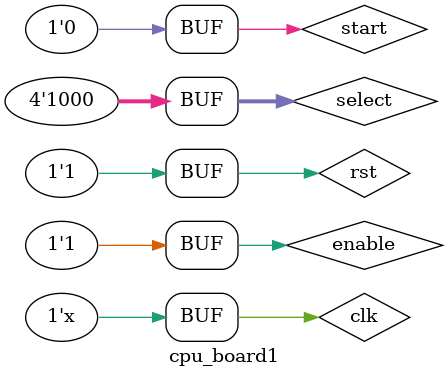
<source format=v>
`timescale 1ns / 1ps


module cpu_board1;

	// Inputs
	reg clk;
	reg rst;
	reg enable;
	reg start;
	reg [3:0]select;

	// Outputs
	wire d_we;
	wire [7:0] i_addr;
	wire [15:0] d_addr;
	wire [15:0] i_datain;
	wire [7:0] pc;
	wire [15:0] d_dataout;
	wire [6:0] seg;
	wire [3:0] en;

	// Instantiate the Unit Under Test (UUT)
	cpu_hazard uut (
		.clk(clk), 
		.rst(rst), 
		.enable(enable),
		.start(start), 
		.d_we(d_we), 
		.i_addr(i_addr), 
		.d_addr(d_addr), 
		.i_datain(i_datain), 
		.pc(pc), 
		.d_dataout(d_dataout), 
		.select(select), 
		.seg(seg), 
		.en(en)
	);

	initial begin
		// Initialize Inputs
		clk = 0;
		rst = 0;
		enable = 0;
		start = 0;
		select = 0;

		// Wait 100 ns for global reset to finish
		#100;
      $display("LOAD,ADD,HALT,SUB,STORE");   
        $display("pc: id_ir:reg_A:reg_B:ALUo: reg_C: da: dd : w:reC1:gr0 :gr1 :gr2 :gr3 :gr4 :gr5 :gr6 :gr7 :exir:smdr:zf:cf:nf");  
        $monitor("%h: %h: %h :%h :%h :%h :%h:%h:%b:%h:%h:%h:%h:%h:%h:%h:%h:%h:%h:%h: %b: %b: %b",   
            uut.pc, uut.id_ir, uut.reg_A, uut.reg_B, uut.ALUo,uut.reg_C,  
            uut.d_addr, uut.d_dataout, uut.d_we, uut.reg_C1, uut.gr[0],uut.gr[1], uut.gr[2], uut.gr[3], uut.gr[4], uut.gr[5], uut.gr[6], uut.gr[7],uut.ex_ir, 
uut.smdr,uut.zf, uut.cf, uut.nf);  
              
        enable <= 1; start <= 0;
		  
		  #10 rst  <= 0;
        #10 rst  <= 1;  
        #10 enable <= 1; 
        #10 select <= 4'b1000;		  
        #10 start  <= 1;  
        #10 start  <= 0;
        
		// Add stimulus here

	end
	always #1 clk = ~clk;
      
endmodule




</source>
